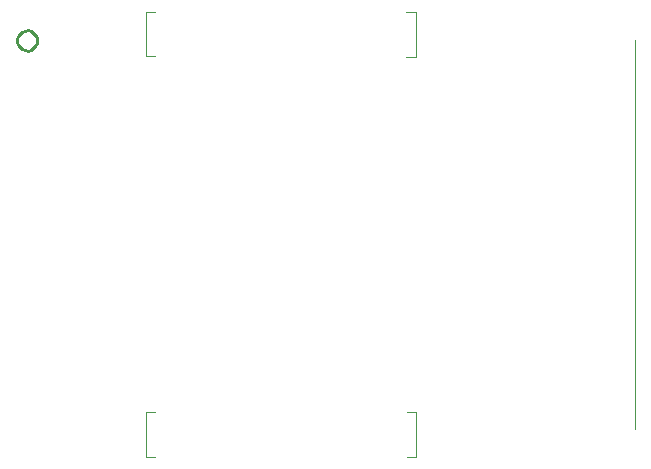
<source format=gbo>
G04*
G04 #@! TF.GenerationSoftware,Altium Limited,Altium Designer,21.6.4 (81)*
G04*
G04 Layer_Color=32896*
%FSLAX44Y44*%
%MOMM*%
G71*
G04*
G04 #@! TF.SameCoordinates,2686D9AD-387F-486B-B8E0-4D59B8EDC849*
G04*
G04*
G04 #@! TF.FilePolarity,Positive*
G04*
G01*
G75*
%ADD10C,0.1200*%
%ADD11C,0.1200*%
%ADD16C,0.2540*%
G54D10*
X356188Y389128D02*
X364000Y389128D01*
X356188Y351282D02*
X364000Y351282D01*
G54D11*
X136000Y389250D02*
X143714D01*
X136000Y12250D02*
X143714D01*
X356286Y50050D02*
X364000D01*
X356286Y12250D02*
X364000D01*
Y50050D01*
X136000Y12250D02*
Y50050D01*
Y351450D02*
Y389250D01*
X364000Y351282D02*
Y389128D01*
X550000Y35750D02*
Y365750D01*
X356286Y50050D02*
X364000D01*
X136000D02*
X143714D01*
X136000Y351450D02*
X143714D01*
G54D16*
X43602Y365000D02*
X43220Y367535D01*
X42108Y369846D01*
X40364Y371725D01*
X38143Y373007D01*
X35643Y373578D01*
X33086Y373386D01*
X30699Y372449D01*
X28694Y370851D01*
X27250Y368732D01*
X26494Y366282D01*
Y363718D01*
X27250Y361267D01*
X28694Y359149D01*
X30699Y357550D01*
X33086Y356613D01*
X35643Y356421D01*
X38143Y356992D01*
X40364Y358274D01*
X42108Y360154D01*
X43220Y362464D01*
X43602Y365000D01*
M02*

</source>
